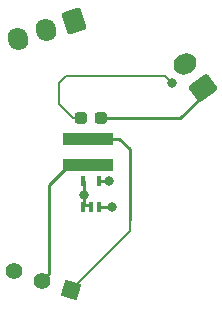
<source format=gbr>
%TF.GenerationSoftware,KiCad,Pcbnew,(6.0.8-1)-1*%
%TF.CreationDate,2022-11-16T20:22:43-05:00*%
%TF.ProjectId,Untitled,556e7469-746c-4656-942e-6b696361645f,rev?*%
%TF.SameCoordinates,Original*%
%TF.FileFunction,Copper,L1,Top*%
%TF.FilePolarity,Positive*%
%FSLAX46Y46*%
G04 Gerber Fmt 4.6, Leading zero omitted, Abs format (unit mm)*
G04 Created by KiCad (PCBNEW (6.0.8-1)-1) date 2022-11-16 20:22:43*
%MOMM*%
%LPD*%
G01*
G04 APERTURE LIST*
G04 Aperture macros list*
%AMRoundRect*
0 Rectangle with rounded corners*
0 $1 Rounding radius*
0 $2 $3 $4 $5 $6 $7 $8 $9 X,Y pos of 4 corners*
0 Add a 4 corners polygon primitive as box body*
4,1,4,$2,$3,$4,$5,$6,$7,$8,$9,$2,$3,0*
0 Add four circle primitives for the rounded corners*
1,1,$1+$1,$2,$3*
1,1,$1+$1,$4,$5*
1,1,$1+$1,$6,$7*
1,1,$1+$1,$8,$9*
0 Add four rect primitives between the rounded corners*
20,1,$1+$1,$2,$3,$4,$5,0*
20,1,$1+$1,$4,$5,$6,$7,0*
20,1,$1+$1,$6,$7,$8,$9,0*
20,1,$1+$1,$8,$9,$2,$3,0*%
%AMHorizOval*
0 Thick line with rounded ends*
0 $1 width*
0 $2 $3 position (X,Y) of the first rounded end (center of the circle)*
0 $4 $5 position (X,Y) of the second rounded end (center of the circle)*
0 Add line between two ends*
20,1,$1,$2,$3,$4,$5,0*
0 Add two circle primitives to create the rounded ends*
1,1,$1,$2,$3*
1,1,$1,$4,$5*%
%AMRotRect*
0 Rectangle, with rotation*
0 The origin of the aperture is its center*
0 $1 length*
0 $2 width*
0 $3 Rotation angle, in degrees counterclockwise*
0 Add horizontal line*
21,1,$1,$2,0,0,$3*%
G04 Aperture macros list end*
%TA.AperFunction,SMDPad,CuDef*%
%ADD10RoundRect,0.237500X-0.287500X-0.237500X0.287500X-0.237500X0.287500X0.237500X-0.287500X0.237500X0*%
%TD*%
%TA.AperFunction,SMDPad,CuDef*%
%ADD11RoundRect,0.087500X-0.087500X-0.337500X0.087500X-0.337500X0.087500X0.337500X-0.087500X0.337500X0*%
%TD*%
%TA.AperFunction,SMDPad,CuDef*%
%ADD12R,4.300000X1.100000*%
%TD*%
%TA.AperFunction,ComponentPad*%
%ADD13RoundRect,0.250000X0.346597X0.874926X-0.794671X0.504106X-0.346597X-0.874926X0.794671X-0.504106X0*%
%TD*%
%TA.AperFunction,ComponentPad*%
%ADD14HorizOval,1.700000X-0.038627X0.118882X0.038627X-0.118882X0*%
%TD*%
%TA.AperFunction,ComponentPad*%
%ADD15RotRect,1.397000X1.397000X162.000000*%
%TD*%
%TA.AperFunction,ComponentPad*%
%ADD16C,1.397000*%
%TD*%
%TA.AperFunction,ComponentPad*%
%ADD17RoundRect,0.250000X0.959434X-0.044571X0.254092X0.926249X-0.959434X0.044571X-0.254092X-0.926249X0*%
%TD*%
%TA.AperFunction,ComponentPad*%
%ADD18HorizOval,1.700000X0.121353X0.088168X-0.121353X-0.088168X0*%
%TD*%
%TA.AperFunction,ViaPad*%
%ADD19C,0.800000*%
%TD*%
%TA.AperFunction,Conductor*%
%ADD20C,0.250000*%
%TD*%
%TA.AperFunction,Conductor*%
%ADD21C,0.200000*%
%TD*%
G04 APERTURE END LIST*
D10*
%TO.P,REF\u002A\u002A,1*%
%TO.N,N/C*%
X102865000Y-55200000D03*
%TO.P,REF\u002A\u002A,2*%
X104615000Y-55200000D03*
%TD*%
D11*
%TO.P,,1*%
%TO.N,N/C*%
X103090000Y-62700000D03*
%TD*%
%TO.P,REF\u002A\u002A,1*%
%TO.N,N/C*%
X103090000Y-62700000D03*
%TO.P,REF\u002A\u002A,2*%
X103740000Y-62700000D03*
%TO.P,REF\u002A\u002A,3*%
X104390000Y-62700000D03*
%TO.P,REF\u002A\u002A,4*%
X104390000Y-60500000D03*
%TO.P,REF\u002A\u002A,5*%
X103090000Y-60500000D03*
%TD*%
%TO.P,,5*%
%TO.N,N/C*%
X103090000Y-60500000D03*
%TD*%
D12*
%TO.P,REF\u002A\u002A,1*%
%TO.N,N/C*%
X103490000Y-56910000D03*
%TO.P,REF\u002A\u002A,2*%
X103490000Y-59110000D03*
%TD*%
D13*
%TO.P,REF\u002A\u002A,1*%
%TO.N,N/C*%
X102300000Y-46928153D03*
D14*
%TO.P,REF\u002A\u002A,2*%
X99922359Y-47700695D03*
%TO.P,REF\u002A\u002A,3*%
X97544717Y-48473238D03*
%TD*%
D15*
%TO.P,REF\u002A\u002A,1*%
%TO.N,N/C*%
X102005167Y-69727811D03*
D16*
%TO.P,REF\u002A\u002A,2*%
X99589483Y-68942908D03*
%TO.P,REF\u002A\u002A,3*%
X97173800Y-68158005D03*
%TD*%
D17*
%TO.P,REF\u002A\u002A,1*%
%TO.N,N/C*%
X113200000Y-52600000D03*
D18*
%TO.P,REF\u002A\u002A,2*%
X111730537Y-50577458D03*
%TD*%
D19*
%TO.N,*%
X105490000Y-62710000D03*
X110600000Y-52200000D03*
X105290000Y-60510000D03*
X103110000Y-61690000D03*
%TD*%
D20*
%TO.N,*%
X107000000Y-57800000D02*
X107000000Y-63800000D01*
D21*
X102005167Y-69727811D02*
X107000000Y-64732978D01*
X107000000Y-64732978D02*
X107000000Y-63800000D01*
D20*
X100200000Y-67400000D02*
X100200000Y-68332391D01*
X100200000Y-68332391D02*
X99589483Y-68942908D01*
X104815000Y-55200000D02*
X111300000Y-55200000D01*
X113200000Y-53300000D02*
X113200000Y-52600000D01*
X111300000Y-55200000D02*
X113200000Y-53300000D01*
D21*
X110600000Y-52200000D02*
X110000000Y-51600000D01*
D20*
X101890000Y-59110000D02*
X100200000Y-60800000D01*
X103490000Y-56910000D02*
X106110000Y-56910000D01*
D21*
X101000000Y-54000000D02*
X102200000Y-55200000D01*
X110000000Y-51600000D02*
X101600000Y-51600000D01*
D20*
X103110000Y-62570000D02*
X103110000Y-60540000D01*
X104410000Y-60480000D02*
X105260000Y-60480000D01*
D21*
X102200000Y-55200000D02*
X102865000Y-55200000D01*
D20*
X103490000Y-59110000D02*
X101890000Y-59110000D01*
X104410000Y-62680000D02*
X105460000Y-62680000D01*
X106110000Y-56910000D02*
X107000000Y-57800000D01*
D21*
X101000000Y-52200000D02*
X101000000Y-54000000D01*
D20*
X103760000Y-62570000D02*
X103110000Y-62570000D01*
D21*
X101600000Y-51600000D02*
X101000000Y-52200000D01*
D20*
X100200000Y-60800000D02*
X100200000Y-67400000D01*
%TD*%
M02*

</source>
